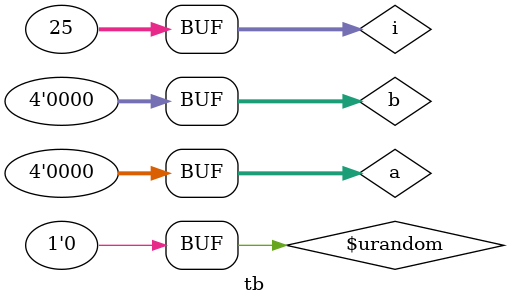
<source format=v>
`timescale 1ns / 1ps

module top(
    input [3:0] a,b,
    output [4:0] y
  );

  reg [4:0] temp;

  always@(*)
  begin
    temp = a + b;
  end
  assign y = temp;


endmodule

/////////////////////////////////

module tb;

  reg [3:0] a = 0, b = 0;
  wire [4:0] y;

  top dut (a, b, y); ///implicit

  integer i = 0;
  initial
  begin
    for(i = 0; i< 25; i = i+1)
    begin
      a = $urandom;
      b = $urandom;
      #10;
    end
  end


endmodule

</source>
